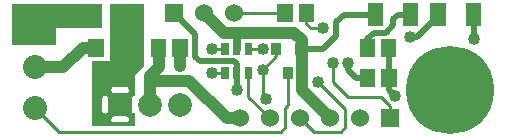
<source format=gbr>
G04 start of page 2 for group 0 idx 0 *
G04 Title: (unknown), component *
G04 Creator: pcb 20110918 *
G04 CreationDate: Sun 03 Feb 2013 01:35:00 AM GMT UTC *
G04 For: petersen *
G04 Format: Gerber/RS-274X *
G04 PCB-Dimensions: 170000 48000 *
G04 PCB-Coordinate-Origin: lower left *
%MOIN*%
%FSLAX25Y25*%
%LNTOP*%
%ADD28C,0.1285*%
%ADD27C,0.0472*%
%ADD26C,0.0450*%
%ADD25C,0.0380*%
%ADD24R,0.0240X0.0240*%
%ADD23R,0.0360X0.0360*%
%ADD22R,0.0512X0.0512*%
%ADD21R,0.0340X0.0340*%
%ADD20C,0.2937*%
%ADD19C,0.0800*%
%ADD18C,0.0787*%
%ADD17C,0.0600*%
%ADD16C,0.0150*%
%ADD15C,0.0250*%
%ADD14C,0.0200*%
%ADD13C,0.0400*%
%ADD12C,0.0100*%
%ADD11C,0.0001*%
G54D11*G36*
X7000Y45500D02*X37000D01*
Y37500D01*
X7000D01*
Y45500D01*
G37*
G36*
X21500D01*
Y32000D01*
X7000D01*
Y45500D01*
G37*
G36*
X39500D02*X51000D01*
Y25000D01*
X39500D01*
Y45500D01*
G37*
G36*
X48000Y5000D02*X43000D01*
Y6063D01*
X44937D01*
X45094Y6072D01*
X45247Y6109D01*
X45392Y6169D01*
X45527Y6251D01*
X45646Y6354D01*
X45749Y6473D01*
X45831Y6608D01*
X45891Y6753D01*
X45928Y6906D01*
X45940Y7063D01*
X45928Y7220D01*
X45891Y7373D01*
X45831Y7518D01*
X45749Y7653D01*
X45646Y7772D01*
X45527Y7875D01*
X45392Y7957D01*
X45247Y8017D01*
X45094Y8054D01*
X44937Y8063D01*
X43000D01*
Y15937D01*
X44937D01*
X45094Y15946D01*
X45247Y15983D01*
X45392Y16043D01*
X45527Y16125D01*
X45646Y16228D01*
X45749Y16347D01*
X45831Y16482D01*
X45891Y16627D01*
X45928Y16780D01*
X45940Y16937D01*
X45928Y17094D01*
X45891Y17247D01*
X45831Y17392D01*
X45749Y17527D01*
X45646Y17646D01*
X45527Y17749D01*
X45392Y17831D01*
X45247Y17891D01*
X45094Y17928D01*
X44937Y17937D01*
X43000D01*
Y26500D01*
X48000D01*
Y15203D01*
X47834Y14932D01*
X47780Y14928D01*
X47627Y14891D01*
X47482Y14831D01*
X47347Y14749D01*
X47228Y14646D01*
X47125Y14527D01*
X47043Y14392D01*
X46983Y14247D01*
X46946Y14094D01*
X46937Y13937D01*
Y10063D01*
X46946Y9906D01*
X46983Y9753D01*
X47043Y9608D01*
X47125Y9473D01*
X47228Y9354D01*
X47347Y9251D01*
X47482Y9169D01*
X47627Y9109D01*
X47780Y9072D01*
X47834Y9068D01*
X48000Y8797D01*
Y5000D01*
G37*
G36*
X43000D02*X38063D01*
Y9060D01*
X38220Y9072D01*
X38373Y9109D01*
X38518Y9169D01*
X38653Y9251D01*
X38772Y9354D01*
X38875Y9473D01*
X38957Y9608D01*
X39017Y9753D01*
X39054Y9906D01*
X39063Y10063D01*
Y13937D01*
X39054Y14094D01*
X39017Y14247D01*
X38957Y14392D01*
X38875Y14527D01*
X38772Y14646D01*
X38653Y14749D01*
X38518Y14831D01*
X38373Y14891D01*
X38220Y14928D01*
X38063Y14940D01*
Y26500D01*
X43000D01*
Y17937D01*
X41063D01*
X40906Y17928D01*
X40753Y17891D01*
X40608Y17831D01*
X40473Y17749D01*
X40354Y17646D01*
X40251Y17527D01*
X40169Y17392D01*
X40109Y17247D01*
X40072Y17094D01*
X40060Y16937D01*
X40072Y16780D01*
X40109Y16627D01*
X40169Y16482D01*
X40251Y16347D01*
X40354Y16228D01*
X40473Y16125D01*
X40608Y16043D01*
X40753Y15983D01*
X40906Y15946D01*
X41063Y15937D01*
X43000D01*
Y8063D01*
X41063D01*
X40906Y8054D01*
X40753Y8017D01*
X40608Y7957D01*
X40473Y7875D01*
X40354Y7772D01*
X40251Y7653D01*
X40169Y7518D01*
X40109Y7373D01*
X40072Y7220D01*
X40060Y7063D01*
X40072Y6906D01*
X40109Y6753D01*
X40169Y6608D01*
X40251Y6473D01*
X40354Y6354D01*
X40473Y6251D01*
X40608Y6169D01*
X40753Y6109D01*
X40906Y6072D01*
X41063Y6063D01*
X43000D01*
Y5000D01*
G37*
G36*
X38063D02*X33500D01*
Y26500D01*
X38063D01*
Y14940D01*
X37906Y14928D01*
X37753Y14891D01*
X37608Y14831D01*
X37473Y14749D01*
X37354Y14646D01*
X37251Y14527D01*
X37169Y14392D01*
X37109Y14247D01*
X37072Y14094D01*
X37063Y13937D01*
Y10063D01*
X37072Y9906D01*
X37109Y9753D01*
X37169Y9608D01*
X37251Y9473D01*
X37354Y9354D01*
X37473Y9251D01*
X37608Y9169D01*
X37753Y9109D01*
X37906Y9072D01*
X38063Y9060D01*
Y5000D01*
G37*
G36*
X51000Y25000D02*X47000Y21000D01*
Y26000D01*
X51000D01*
Y25000D01*
G37*
G54D12*X90500Y15000D02*X91500Y14000D01*
G54D13*X113000Y7500D02*X103500Y17000D01*
G54D12*X99000Y22500D02*Y12000D01*
X98000Y11000D01*
Y4500D01*
X96500Y3000D01*
X107500D02*X103000Y7500D01*
X85800Y14700D02*X93000Y7500D01*
X109000Y19500D02*X118000Y10500D01*
Y4500D01*
X116500Y3000D01*
X107500D01*
G54D13*X55914Y31000D02*Y24414D01*
X53000Y21500D01*
Y12000D01*
X66000Y20000D02*X53500D01*
X63000Y31000D02*Y25000D01*
X34957Y31000D02*X30500D01*
X24000Y24500D01*
X14838D01*
X14673Y24665D01*
G54D12*X96500Y3000D02*X22559D01*
X14673Y10886D01*
G54D14*X81900Y17100D02*X82000Y17000D01*
G54D12*X90500Y23500D02*Y15000D01*
G54D14*X81900Y25600D02*Y17100D01*
Y8600D02*X83000Y7500D01*
G54D13*X78500D02*X66000Y20000D01*
G54D14*X139500Y34500D02*X142000D01*
X149000Y41500D01*
X139862Y42000D02*X138500D01*
X160810D02*Y34190D01*
X135500Y42000D02*X139862D01*
X160810Y34190D02*X161000Y34000D01*
G54D15*X81900Y30700D02*Y35900D01*
G54D14*X81000Y26500D02*X69500D01*
G54D12*X73500Y30500D02*X77800D01*
X78000Y30700D01*
G54D14*X81900Y25600D02*X81000Y26500D01*
G54D13*X83000Y7500D02*X78500D01*
G54D12*X73500Y22500D02*X78000D01*
G54D14*X69500Y26500D02*X68000Y28000D01*
Y35500D01*
X61000Y42500D01*
G54D13*X71000D02*X77500Y36000D01*
G54D14*X121500Y21000D02*X125500D01*
X119000Y26000D02*Y23500D01*
X121500Y21000D01*
X133000Y30500D02*X132500Y31000D01*
X125414D02*Y33914D01*
X127500Y36000D01*
X132500Y31000D02*Y21086D01*
X132586Y21000D01*
Y16914D02*X134500Y15000D01*
G54D12*X130000Y14500D02*X133000Y11500D01*
Y7500D01*
G54D14*X132586Y21000D02*Y16914D01*
X117500Y42000D02*X128052D01*
X127500Y36000D02*X131500D01*
X134000Y38500D01*
Y40500D01*
X135500Y42000D01*
G54D12*X119000Y14500D02*X130000D01*
G54D13*X103500Y33500D02*Y17000D01*
G54D12*X105043Y42500D02*Y38957D01*
G54D16*X96457Y42500D02*Y42543D01*
G54D12*X105043Y38957D02*X106500Y37500D01*
X81000Y42500D02*X97957D01*
G54D14*X115000Y39500D02*X117500Y42000D01*
G54D12*X106500Y37500D02*X110500D01*
G54D13*X101000Y36000D02*X103500Y33500D01*
X77500Y36000D02*X101000D01*
G54D15*X81900Y35900D02*X82000Y36000D01*
G54D14*X102900Y30700D02*X110700D01*
X115000Y35000D01*
Y39500D01*
G54D12*X95100Y30700D02*Y28100D01*
X90500Y23500D01*
X85800Y30700D02*X90300D01*
X90500Y30500D01*
X94900D02*X95100Y30700D01*
X85800Y22500D02*Y14700D01*
X114000Y26000D02*Y19500D01*
X119000Y14500D01*
G54D11*G36*
X58000Y45500D02*Y39500D01*
X64000D01*
Y45500D01*
X58000D01*
G37*
G54D17*X71000Y42500D03*
X81000D03*
X103000Y7500D03*
X93000D03*
X83000D03*
G54D18*X63000Y12000D03*
X53000D03*
G54D11*G36*
X39063Y15937D02*Y8063D01*
X46937D01*
Y15937D01*
X39063D01*
G37*
G36*
X10673Y42445D02*Y34445D01*
X18673D01*
Y42445D01*
X10673D01*
G37*
G54D19*X14673Y24665D03*
Y10886D03*
G54D20*X153000Y17000D03*
G54D11*G36*
X130000Y10500D02*Y4500D01*
X136000D01*
Y10500D01*
X130000D01*
G37*
G54D17*X123000Y7500D03*
X113000D03*
G54D21*X102900Y31000D02*Y30400D01*
X95100Y31000D02*Y30400D01*
X99000Y22800D02*Y22200D01*
G54D22*X149000Y43181D02*Y40819D01*
X160810Y43181D02*Y40819D01*
X132500Y31393D02*Y30607D01*
X125414Y31393D02*Y30607D01*
X139862Y43181D02*Y40819D01*
X128052Y43181D02*Y40819D01*
X132586Y21393D02*Y20607D01*
X125500Y21393D02*Y20607D01*
X105043Y42893D02*Y42107D01*
X97957Y42893D02*Y42107D01*
X63000Y31393D02*Y30607D01*
X55914Y31393D02*Y30607D01*
G54D23*X47400Y42100D02*Y40900D01*
X34500Y42100D02*Y40900D01*
G54D22*X42043Y31393D02*Y30607D01*
G54D24*X78000Y23300D02*Y21700D01*
X81900Y23300D02*Y21700D01*
X85800Y23300D02*Y21700D01*
Y31500D02*Y29900D01*
X81900Y31500D02*Y29900D01*
X78000Y31500D02*Y29900D01*
G54D22*X34957Y31393D02*Y30607D01*
G54D13*X73500Y22500D03*
Y30500D03*
X90500Y23500D03*
Y30500D03*
X63000Y25000D03*
X109000Y19500D03*
X139500Y34500D03*
X110500Y37500D03*
X119000Y26000D03*
X114000D03*
X161000Y34000D03*
X82000Y17000D03*
X134500Y15000D03*
X91500Y14000D03*
G54D14*G54D25*G54D26*G54D27*G54D28*G54D25*M02*

</source>
